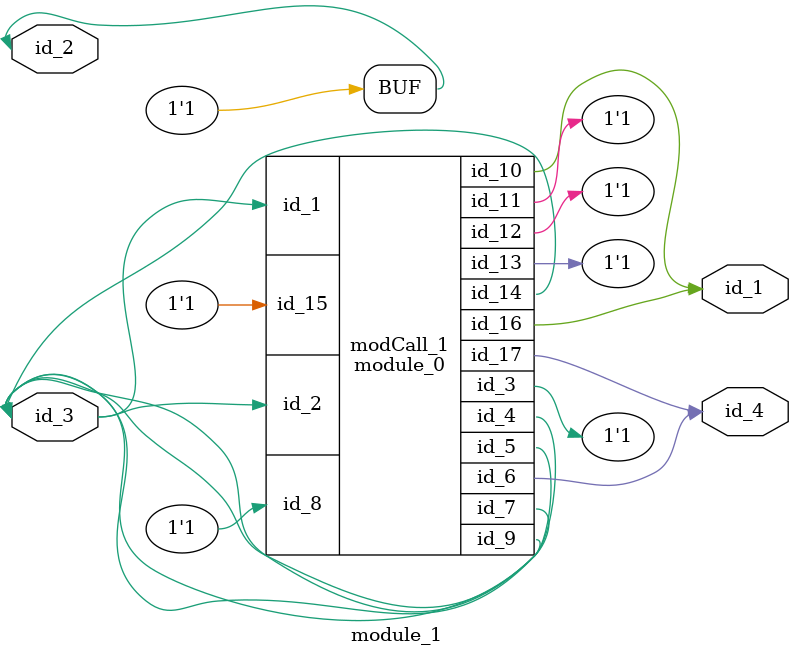
<source format=v>
module module_0 (
    id_1,
    id_2,
    id_3,
    id_4,
    id_5,
    id_6,
    id_7,
    id_8,
    id_9,
    id_10,
    id_11,
    id_12,
    id_13,
    id_14,
    id_15,
    id_16,
    id_17
);
  output wire id_17;
  output wire id_16;
  input wire id_15;
  inout wire id_14;
  inout wire id_13;
  inout wire id_12;
  output wire id_11;
  output wire id_10;
  output wire id_9;
  input wire id_8;
  inout wire id_7;
  output wire id_6;
  inout wire id_5;
  output wire id_4;
  inout wire id_3;
  input wire id_2;
  input wire id_1;
endmodule
module module_1 (
    id_1,
    id_2,
    id_3,
    id_4
);
  output wire id_4;
  inout wire id_3;
  inout wire id_2;
  output wire id_1;
  assign id_2 = 1;
  module_0 modCall_1 (
      id_3,
      id_3,
      id_2,
      id_3,
      id_3,
      id_4,
      id_3,
      id_2,
      id_3,
      id_1,
      id_2,
      id_2,
      id_2,
      id_3,
      id_2,
      id_1,
      id_4
  );
endmodule

</source>
